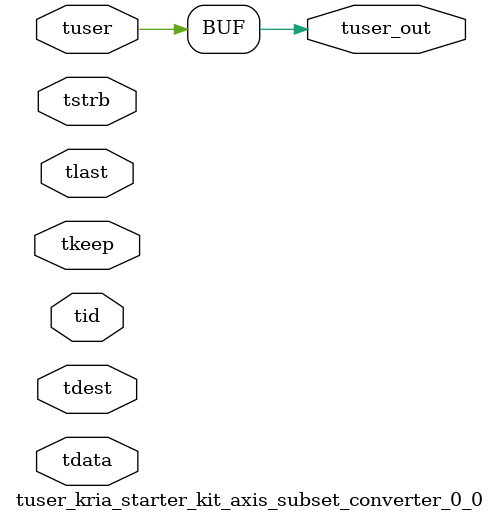
<source format=v>


`timescale 1ps/1ps

module tuser_kria_starter_kit_axis_subset_converter_0_0 #
(
parameter C_S_AXIS_TUSER_WIDTH = 1,
parameter C_S_AXIS_TDATA_WIDTH = 32,
parameter C_S_AXIS_TID_WIDTH   = 0,
parameter C_S_AXIS_TDEST_WIDTH = 0,
parameter C_M_AXIS_TUSER_WIDTH = 1
)
(
input  [(C_S_AXIS_TUSER_WIDTH == 0 ? 1 : C_S_AXIS_TUSER_WIDTH)-1:0     ] tuser,
input  [(C_S_AXIS_TDATA_WIDTH == 0 ? 1 : C_S_AXIS_TDATA_WIDTH)-1:0     ] tdata,
input  [(C_S_AXIS_TID_WIDTH   == 0 ? 1 : C_S_AXIS_TID_WIDTH)-1:0       ] tid,
input  [(C_S_AXIS_TDEST_WIDTH == 0 ? 1 : C_S_AXIS_TDEST_WIDTH)-1:0     ] tdest,
input  [(C_S_AXIS_TDATA_WIDTH/8)-1:0 ] tkeep,
input  [(C_S_AXIS_TDATA_WIDTH/8)-1:0 ] tstrb,
input                                                                    tlast,
output [C_M_AXIS_TUSER_WIDTH-1:0] tuser_out
);

assign tuser_out = {tuser[0:0]};

endmodule


</source>
